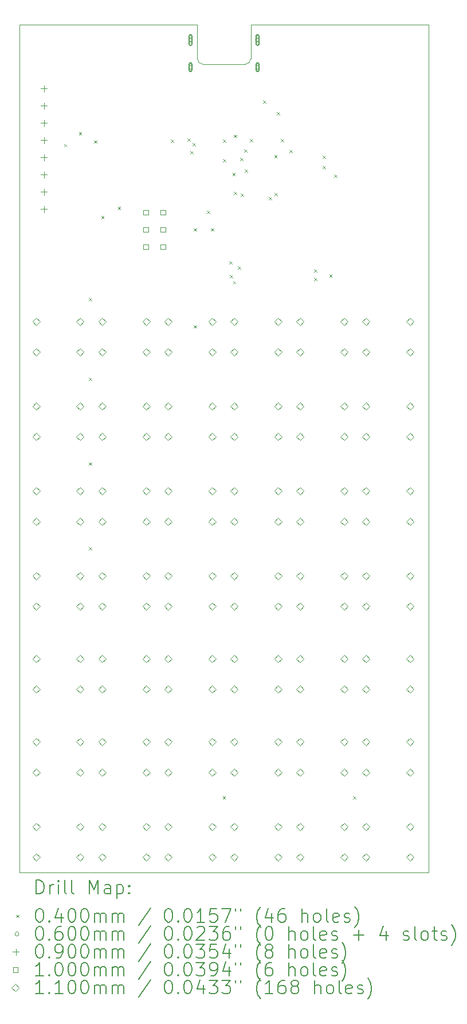
<source format=gbr>
%FSLAX45Y45*%
G04 Gerber Fmt 4.5, Leading zero omitted, Abs format (unit mm)*
G04 Created by KiCad (PCBNEW 6.0.0) date 2022-03-22 20:10:50*
%MOMM*%
%LPD*%
G01*
G04 APERTURE LIST*
%TA.AperFunction,Profile*%
%ADD10C,0.100000*%
%TD*%
%ADD11C,0.200000*%
%ADD12C,0.040000*%
%ADD13C,0.060000*%
%ADD14C,0.090000*%
%ADD15C,0.100000*%
%ADD16C,0.110000*%
G04 APERTURE END LIST*
D10*
X13080000Y-4099750D02*
X13080000Y-4128000D01*
X13080000Y-4128000D02*
X13080000Y-4598000D01*
X13160000Y-4678000D02*
X13790000Y-4678000D01*
X13080000Y-4598000D02*
G75*
G03*
X13160000Y-4678000I80000J0D01*
G01*
X13870000Y-4099750D02*
X16500000Y-4100000D01*
X16500000Y-16600000D02*
X10450000Y-16600000D01*
X10450000Y-4100000D02*
X10500000Y-4100000D01*
X10450000Y-16600000D02*
X10450000Y-4100000D01*
X13790000Y-4678000D02*
G75*
G03*
X13870000Y-4598000I0J80000D01*
G01*
X13870000Y-4099750D02*
X13870000Y-4128000D01*
X10500000Y-4100000D02*
X13080000Y-4099750D01*
X13870000Y-4598000D02*
X13870000Y-4128000D01*
X16500000Y-4100000D02*
X16500000Y-16600000D01*
D11*
D12*
X11110754Y-5855598D02*
X11150754Y-5895598D01*
X11150754Y-5855598D02*
X11110754Y-5895598D01*
X11330000Y-5680000D02*
X11370000Y-5720000D01*
X11370000Y-5680000D02*
X11330000Y-5720000D01*
X11480000Y-8130000D02*
X11520000Y-8170000D01*
X11520000Y-8130000D02*
X11480000Y-8170000D01*
X11480000Y-9305000D02*
X11520000Y-9345000D01*
X11520000Y-9305000D02*
X11480000Y-9345000D01*
X11480000Y-10555000D02*
X11520000Y-10595000D01*
X11520000Y-10555000D02*
X11480000Y-10595000D01*
X11480000Y-11805000D02*
X11520000Y-11845000D01*
X11520000Y-11805000D02*
X11480000Y-11845000D01*
X11555000Y-5805000D02*
X11595000Y-5845000D01*
X11595000Y-5805000D02*
X11555000Y-5845000D01*
X11660000Y-6920000D02*
X11700000Y-6960000D01*
X11700000Y-6920000D02*
X11660000Y-6960000D01*
X11905000Y-6780000D02*
X11945000Y-6820000D01*
X11945000Y-6780000D02*
X11905000Y-6820000D01*
X12687599Y-5792450D02*
X12727599Y-5832450D01*
X12727599Y-5792450D02*
X12687599Y-5832450D01*
X12936267Y-5775640D02*
X12976267Y-5815640D01*
X12976267Y-5775640D02*
X12936267Y-5815640D01*
X12980000Y-5960000D02*
X13020000Y-6000000D01*
X13020000Y-5960000D02*
X12980000Y-6000000D01*
X13011108Y-5841888D02*
X13051108Y-5881888D01*
X13051108Y-5841888D02*
X13011108Y-5881888D01*
X13027974Y-7100514D02*
X13067974Y-7140514D01*
X13067974Y-7100514D02*
X13027974Y-7140514D01*
X13030000Y-8530000D02*
X13070000Y-8570000D01*
X13070000Y-8530000D02*
X13030000Y-8570000D01*
X13220000Y-6840000D02*
X13260000Y-6880000D01*
X13260000Y-6840000D02*
X13220000Y-6880000D01*
X13280000Y-7100000D02*
X13320000Y-7140000D01*
X13320000Y-7100000D02*
X13280000Y-7140000D01*
X13455000Y-15480000D02*
X13495000Y-15520000D01*
X13495000Y-15480000D02*
X13455000Y-15520000D01*
X13460000Y-5792450D02*
X13500000Y-5832450D01*
X13500000Y-5792450D02*
X13460000Y-5832450D01*
X13460000Y-6080000D02*
X13500000Y-6120000D01*
X13500000Y-6080000D02*
X13460000Y-6120000D01*
X13550000Y-7587540D02*
X13590000Y-7627540D01*
X13590000Y-7587540D02*
X13550000Y-7627540D01*
X13564431Y-7788276D02*
X13604431Y-7828276D01*
X13604431Y-7788276D02*
X13564431Y-7828276D01*
X13600000Y-6280000D02*
X13640000Y-6320000D01*
X13640000Y-6280000D02*
X13600000Y-6320000D01*
X13607550Y-7878447D02*
X13647550Y-7918447D01*
X13647550Y-7878447D02*
X13607550Y-7918447D01*
X13620000Y-5720000D02*
X13660000Y-5760000D01*
X13660000Y-5720000D02*
X13620000Y-5760000D01*
X13620000Y-6560000D02*
X13660000Y-6600000D01*
X13660000Y-6560000D02*
X13620000Y-6600000D01*
X13680000Y-7660000D02*
X13720000Y-7700000D01*
X13720000Y-7660000D02*
X13680000Y-7700000D01*
X13716230Y-6063770D02*
X13756230Y-6103770D01*
X13756230Y-6063770D02*
X13716230Y-6103770D01*
X13723173Y-6587550D02*
X13763173Y-6627550D01*
X13763173Y-6587550D02*
X13723173Y-6627550D01*
X13775148Y-5932450D02*
X13815148Y-5972450D01*
X13815148Y-5932450D02*
X13775148Y-5972450D01*
X13780000Y-6230000D02*
X13820000Y-6270000D01*
X13820000Y-6230000D02*
X13780000Y-6270000D01*
X13860000Y-5780000D02*
X13900000Y-5820000D01*
X13900000Y-5780000D02*
X13860000Y-5820000D01*
X14055229Y-5215098D02*
X14095229Y-5255098D01*
X14095229Y-5215098D02*
X14055229Y-5255098D01*
X14138807Y-6638290D02*
X14178807Y-6678290D01*
X14178807Y-6638290D02*
X14138807Y-6678290D01*
X14217137Y-6016875D02*
X14257137Y-6056875D01*
X14257137Y-6016875D02*
X14217137Y-6056875D01*
X14220000Y-6580000D02*
X14260000Y-6620000D01*
X14260000Y-6580000D02*
X14220000Y-6620000D01*
X14255000Y-5383750D02*
X14295000Y-5423750D01*
X14295000Y-5383750D02*
X14255000Y-5423750D01*
X14317493Y-5782599D02*
X14357493Y-5822599D01*
X14357493Y-5782599D02*
X14317493Y-5822599D01*
X14440830Y-5944425D02*
X14480830Y-5984425D01*
X14480830Y-5944425D02*
X14440830Y-5984425D01*
X14805000Y-7705000D02*
X14845000Y-7745000D01*
X14845000Y-7705000D02*
X14805000Y-7745000D01*
X14805000Y-7830000D02*
X14845000Y-7870000D01*
X14845000Y-7830000D02*
X14805000Y-7870000D01*
X14930000Y-6030000D02*
X14970000Y-6070000D01*
X14970000Y-6030000D02*
X14930000Y-6070000D01*
X14930000Y-6180000D02*
X14970000Y-6220000D01*
X14970000Y-6180000D02*
X14930000Y-6220000D01*
X15030000Y-7780000D02*
X15070000Y-7820000D01*
X15070000Y-7780000D02*
X15030000Y-7820000D01*
X15105000Y-6305000D02*
X15145000Y-6345000D01*
X15145000Y-6305000D02*
X15105000Y-6345000D01*
X15380000Y-15480000D02*
X15420000Y-15520000D01*
X15420000Y-15480000D02*
X15380000Y-15520000D01*
D13*
X13010000Y-4323000D02*
G75*
G03*
X13010000Y-4323000I-30000J0D01*
G01*
D11*
X12960000Y-4263000D02*
X12960000Y-4383000D01*
X13000000Y-4263000D02*
X13000000Y-4383000D01*
X12960000Y-4383000D02*
G75*
G03*
X13000000Y-4383000I20000J0D01*
G01*
X13000000Y-4263000D02*
G75*
G03*
X12960000Y-4263000I-20000J0D01*
G01*
D13*
X13010000Y-4723000D02*
G75*
G03*
X13010000Y-4723000I-30000J0D01*
G01*
D11*
X12960000Y-4678000D02*
X12960000Y-4768000D01*
X13000000Y-4678000D02*
X13000000Y-4768000D01*
X12960000Y-4768000D02*
G75*
G03*
X13000000Y-4768000I20000J0D01*
G01*
X13000000Y-4678000D02*
G75*
G03*
X12960000Y-4678000I-20000J0D01*
G01*
D13*
X14000000Y-4323000D02*
G75*
G03*
X14000000Y-4323000I-30000J0D01*
G01*
D11*
X13950000Y-4263000D02*
X13950000Y-4383000D01*
X13990000Y-4263000D02*
X13990000Y-4383000D01*
X13950000Y-4383000D02*
G75*
G03*
X13990000Y-4383000I20000J0D01*
G01*
X13990000Y-4263000D02*
G75*
G03*
X13950000Y-4263000I-20000J0D01*
G01*
D13*
X14000000Y-4723000D02*
G75*
G03*
X14000000Y-4723000I-30000J0D01*
G01*
D11*
X13950000Y-4678000D02*
X13950000Y-4768000D01*
X13990000Y-4678000D02*
X13990000Y-4768000D01*
X13950000Y-4768000D02*
G75*
G03*
X13990000Y-4768000I20000J0D01*
G01*
X13990000Y-4678000D02*
G75*
G03*
X13950000Y-4678000I-20000J0D01*
G01*
D14*
X10814500Y-4994500D02*
X10814500Y-5084500D01*
X10769500Y-5039500D02*
X10859500Y-5039500D01*
X10814500Y-5248500D02*
X10814500Y-5338500D01*
X10769500Y-5293500D02*
X10859500Y-5293500D01*
X10814500Y-5502500D02*
X10814500Y-5592500D01*
X10769500Y-5547500D02*
X10859500Y-5547500D01*
X10814500Y-5756500D02*
X10814500Y-5846500D01*
X10769500Y-5801500D02*
X10859500Y-5801500D01*
X10814500Y-6010500D02*
X10814500Y-6100500D01*
X10769500Y-6055500D02*
X10859500Y-6055500D01*
X10814500Y-6264500D02*
X10814500Y-6354500D01*
X10769500Y-6309500D02*
X10859500Y-6309500D01*
X10814500Y-6518500D02*
X10814500Y-6608500D01*
X10769500Y-6563500D02*
X10859500Y-6563500D01*
X10814500Y-6772500D02*
X10814500Y-6862500D01*
X10769500Y-6817500D02*
X10859500Y-6817500D01*
D15*
X12356356Y-6902356D02*
X12356356Y-6831644D01*
X12285644Y-6831644D01*
X12285644Y-6902356D01*
X12356356Y-6902356D01*
X12356356Y-7156356D02*
X12356356Y-7085644D01*
X12285644Y-7085644D01*
X12285644Y-7156356D01*
X12356356Y-7156356D01*
X12356356Y-7410356D02*
X12356356Y-7339644D01*
X12285644Y-7339644D01*
X12285644Y-7410356D01*
X12356356Y-7410356D01*
X12610356Y-6902356D02*
X12610356Y-6831644D01*
X12539644Y-6831644D01*
X12539644Y-6902356D01*
X12610356Y-6902356D01*
X12610356Y-7156356D02*
X12610356Y-7085644D01*
X12539644Y-7085644D01*
X12539644Y-7156356D01*
X12610356Y-7156356D01*
X12610356Y-7410356D02*
X12610356Y-7339644D01*
X12539644Y-7339644D01*
X12539644Y-7410356D01*
X12610356Y-7410356D01*
D16*
X10700000Y-8530000D02*
X10755000Y-8475000D01*
X10700000Y-8420000D01*
X10645000Y-8475000D01*
X10700000Y-8530000D01*
X10700000Y-8980000D02*
X10755000Y-8925000D01*
X10700000Y-8870000D01*
X10645000Y-8925000D01*
X10700000Y-8980000D01*
X10700000Y-9780000D02*
X10755000Y-9725000D01*
X10700000Y-9670000D01*
X10645000Y-9725000D01*
X10700000Y-9780000D01*
X10700000Y-10230000D02*
X10755000Y-10175000D01*
X10700000Y-10120000D01*
X10645000Y-10175000D01*
X10700000Y-10230000D01*
X10700000Y-11030000D02*
X10755000Y-10975000D01*
X10700000Y-10920000D01*
X10645000Y-10975000D01*
X10700000Y-11030000D01*
X10700000Y-11480000D02*
X10755000Y-11425000D01*
X10700000Y-11370000D01*
X10645000Y-11425000D01*
X10700000Y-11480000D01*
X10700000Y-12280000D02*
X10755000Y-12225000D01*
X10700000Y-12170000D01*
X10645000Y-12225000D01*
X10700000Y-12280000D01*
X10700000Y-12730000D02*
X10755000Y-12675000D01*
X10700000Y-12620000D01*
X10645000Y-12675000D01*
X10700000Y-12730000D01*
X10700000Y-13505000D02*
X10755000Y-13450000D01*
X10700000Y-13395000D01*
X10645000Y-13450000D01*
X10700000Y-13505000D01*
X10700000Y-13955000D02*
X10755000Y-13900000D01*
X10700000Y-13845000D01*
X10645000Y-13900000D01*
X10700000Y-13955000D01*
X10700000Y-14730000D02*
X10755000Y-14675000D01*
X10700000Y-14620000D01*
X10645000Y-14675000D01*
X10700000Y-14730000D01*
X10700000Y-15180000D02*
X10755000Y-15125000D01*
X10700000Y-15070000D01*
X10645000Y-15125000D01*
X10700000Y-15180000D01*
X10700000Y-15980000D02*
X10755000Y-15925000D01*
X10700000Y-15870000D01*
X10645000Y-15925000D01*
X10700000Y-15980000D01*
X10700000Y-16430000D02*
X10755000Y-16375000D01*
X10700000Y-16320000D01*
X10645000Y-16375000D01*
X10700000Y-16430000D01*
X11350000Y-8530000D02*
X11405000Y-8475000D01*
X11350000Y-8420000D01*
X11295000Y-8475000D01*
X11350000Y-8530000D01*
X11350000Y-8980000D02*
X11405000Y-8925000D01*
X11350000Y-8870000D01*
X11295000Y-8925000D01*
X11350000Y-8980000D01*
X11350000Y-9780000D02*
X11405000Y-9725000D01*
X11350000Y-9670000D01*
X11295000Y-9725000D01*
X11350000Y-9780000D01*
X11350000Y-10230000D02*
X11405000Y-10175000D01*
X11350000Y-10120000D01*
X11295000Y-10175000D01*
X11350000Y-10230000D01*
X11350000Y-11030000D02*
X11405000Y-10975000D01*
X11350000Y-10920000D01*
X11295000Y-10975000D01*
X11350000Y-11030000D01*
X11350000Y-11480000D02*
X11405000Y-11425000D01*
X11350000Y-11370000D01*
X11295000Y-11425000D01*
X11350000Y-11480000D01*
X11350000Y-12280000D02*
X11405000Y-12225000D01*
X11350000Y-12170000D01*
X11295000Y-12225000D01*
X11350000Y-12280000D01*
X11350000Y-12730000D02*
X11405000Y-12675000D01*
X11350000Y-12620000D01*
X11295000Y-12675000D01*
X11350000Y-12730000D01*
X11350000Y-13505000D02*
X11405000Y-13450000D01*
X11350000Y-13395000D01*
X11295000Y-13450000D01*
X11350000Y-13505000D01*
X11350000Y-13955000D02*
X11405000Y-13900000D01*
X11350000Y-13845000D01*
X11295000Y-13900000D01*
X11350000Y-13955000D01*
X11350000Y-14730000D02*
X11405000Y-14675000D01*
X11350000Y-14620000D01*
X11295000Y-14675000D01*
X11350000Y-14730000D01*
X11350000Y-15180000D02*
X11405000Y-15125000D01*
X11350000Y-15070000D01*
X11295000Y-15125000D01*
X11350000Y-15180000D01*
X11350000Y-15980000D02*
X11405000Y-15925000D01*
X11350000Y-15870000D01*
X11295000Y-15925000D01*
X11350000Y-15980000D01*
X11350000Y-16430000D02*
X11405000Y-16375000D01*
X11350000Y-16320000D01*
X11295000Y-16375000D01*
X11350000Y-16430000D01*
X11675000Y-8530000D02*
X11730000Y-8475000D01*
X11675000Y-8420000D01*
X11620000Y-8475000D01*
X11675000Y-8530000D01*
X11675000Y-8980000D02*
X11730000Y-8925000D01*
X11675000Y-8870000D01*
X11620000Y-8925000D01*
X11675000Y-8980000D01*
X11675000Y-9780000D02*
X11730000Y-9725000D01*
X11675000Y-9670000D01*
X11620000Y-9725000D01*
X11675000Y-9780000D01*
X11675000Y-10230000D02*
X11730000Y-10175000D01*
X11675000Y-10120000D01*
X11620000Y-10175000D01*
X11675000Y-10230000D01*
X11675000Y-11030000D02*
X11730000Y-10975000D01*
X11675000Y-10920000D01*
X11620000Y-10975000D01*
X11675000Y-11030000D01*
X11675000Y-11480000D02*
X11730000Y-11425000D01*
X11675000Y-11370000D01*
X11620000Y-11425000D01*
X11675000Y-11480000D01*
X11675000Y-12280000D02*
X11730000Y-12225000D01*
X11675000Y-12170000D01*
X11620000Y-12225000D01*
X11675000Y-12280000D01*
X11675000Y-12730000D02*
X11730000Y-12675000D01*
X11675000Y-12620000D01*
X11620000Y-12675000D01*
X11675000Y-12730000D01*
X11675000Y-13505000D02*
X11730000Y-13450000D01*
X11675000Y-13395000D01*
X11620000Y-13450000D01*
X11675000Y-13505000D01*
X11675000Y-13955000D02*
X11730000Y-13900000D01*
X11675000Y-13845000D01*
X11620000Y-13900000D01*
X11675000Y-13955000D01*
X11675000Y-14730000D02*
X11730000Y-14675000D01*
X11675000Y-14620000D01*
X11620000Y-14675000D01*
X11675000Y-14730000D01*
X11675000Y-15180000D02*
X11730000Y-15125000D01*
X11675000Y-15070000D01*
X11620000Y-15125000D01*
X11675000Y-15180000D01*
X11675000Y-15980000D02*
X11730000Y-15925000D01*
X11675000Y-15870000D01*
X11620000Y-15925000D01*
X11675000Y-15980000D01*
X11675000Y-16430000D02*
X11730000Y-16375000D01*
X11675000Y-16320000D01*
X11620000Y-16375000D01*
X11675000Y-16430000D01*
X12325000Y-8530000D02*
X12380000Y-8475000D01*
X12325000Y-8420000D01*
X12270000Y-8475000D01*
X12325000Y-8530000D01*
X12325000Y-8980000D02*
X12380000Y-8925000D01*
X12325000Y-8870000D01*
X12270000Y-8925000D01*
X12325000Y-8980000D01*
X12325000Y-9780000D02*
X12380000Y-9725000D01*
X12325000Y-9670000D01*
X12270000Y-9725000D01*
X12325000Y-9780000D01*
X12325000Y-10230000D02*
X12380000Y-10175000D01*
X12325000Y-10120000D01*
X12270000Y-10175000D01*
X12325000Y-10230000D01*
X12325000Y-11030000D02*
X12380000Y-10975000D01*
X12325000Y-10920000D01*
X12270000Y-10975000D01*
X12325000Y-11030000D01*
X12325000Y-11480000D02*
X12380000Y-11425000D01*
X12325000Y-11370000D01*
X12270000Y-11425000D01*
X12325000Y-11480000D01*
X12325000Y-12280000D02*
X12380000Y-12225000D01*
X12325000Y-12170000D01*
X12270000Y-12225000D01*
X12325000Y-12280000D01*
X12325000Y-12730000D02*
X12380000Y-12675000D01*
X12325000Y-12620000D01*
X12270000Y-12675000D01*
X12325000Y-12730000D01*
X12325000Y-13505000D02*
X12380000Y-13450000D01*
X12325000Y-13395000D01*
X12270000Y-13450000D01*
X12325000Y-13505000D01*
X12325000Y-13955000D02*
X12380000Y-13900000D01*
X12325000Y-13845000D01*
X12270000Y-13900000D01*
X12325000Y-13955000D01*
X12325000Y-14730000D02*
X12380000Y-14675000D01*
X12325000Y-14620000D01*
X12270000Y-14675000D01*
X12325000Y-14730000D01*
X12325000Y-15180000D02*
X12380000Y-15125000D01*
X12325000Y-15070000D01*
X12270000Y-15125000D01*
X12325000Y-15180000D01*
X12325000Y-15980000D02*
X12380000Y-15925000D01*
X12325000Y-15870000D01*
X12270000Y-15925000D01*
X12325000Y-15980000D01*
X12325000Y-16430000D02*
X12380000Y-16375000D01*
X12325000Y-16320000D01*
X12270000Y-16375000D01*
X12325000Y-16430000D01*
X12650000Y-8530000D02*
X12705000Y-8475000D01*
X12650000Y-8420000D01*
X12595000Y-8475000D01*
X12650000Y-8530000D01*
X12650000Y-8980000D02*
X12705000Y-8925000D01*
X12650000Y-8870000D01*
X12595000Y-8925000D01*
X12650000Y-8980000D01*
X12650000Y-9780000D02*
X12705000Y-9725000D01*
X12650000Y-9670000D01*
X12595000Y-9725000D01*
X12650000Y-9780000D01*
X12650000Y-10230000D02*
X12705000Y-10175000D01*
X12650000Y-10120000D01*
X12595000Y-10175000D01*
X12650000Y-10230000D01*
X12650000Y-11030000D02*
X12705000Y-10975000D01*
X12650000Y-10920000D01*
X12595000Y-10975000D01*
X12650000Y-11030000D01*
X12650000Y-11480000D02*
X12705000Y-11425000D01*
X12650000Y-11370000D01*
X12595000Y-11425000D01*
X12650000Y-11480000D01*
X12650000Y-12280000D02*
X12705000Y-12225000D01*
X12650000Y-12170000D01*
X12595000Y-12225000D01*
X12650000Y-12280000D01*
X12650000Y-12730000D02*
X12705000Y-12675000D01*
X12650000Y-12620000D01*
X12595000Y-12675000D01*
X12650000Y-12730000D01*
X12650000Y-13505000D02*
X12705000Y-13450000D01*
X12650000Y-13395000D01*
X12595000Y-13450000D01*
X12650000Y-13505000D01*
X12650000Y-13955000D02*
X12705000Y-13900000D01*
X12650000Y-13845000D01*
X12595000Y-13900000D01*
X12650000Y-13955000D01*
X12650000Y-14730000D02*
X12705000Y-14675000D01*
X12650000Y-14620000D01*
X12595000Y-14675000D01*
X12650000Y-14730000D01*
X12650000Y-15180000D02*
X12705000Y-15125000D01*
X12650000Y-15070000D01*
X12595000Y-15125000D01*
X12650000Y-15180000D01*
X12650000Y-15980000D02*
X12705000Y-15925000D01*
X12650000Y-15870000D01*
X12595000Y-15925000D01*
X12650000Y-15980000D01*
X12650000Y-16430000D02*
X12705000Y-16375000D01*
X12650000Y-16320000D01*
X12595000Y-16375000D01*
X12650000Y-16430000D01*
X13300000Y-8530000D02*
X13355000Y-8475000D01*
X13300000Y-8420000D01*
X13245000Y-8475000D01*
X13300000Y-8530000D01*
X13300000Y-8980000D02*
X13355000Y-8925000D01*
X13300000Y-8870000D01*
X13245000Y-8925000D01*
X13300000Y-8980000D01*
X13300000Y-9780000D02*
X13355000Y-9725000D01*
X13300000Y-9670000D01*
X13245000Y-9725000D01*
X13300000Y-9780000D01*
X13300000Y-10230000D02*
X13355000Y-10175000D01*
X13300000Y-10120000D01*
X13245000Y-10175000D01*
X13300000Y-10230000D01*
X13300000Y-11030000D02*
X13355000Y-10975000D01*
X13300000Y-10920000D01*
X13245000Y-10975000D01*
X13300000Y-11030000D01*
X13300000Y-11480000D02*
X13355000Y-11425000D01*
X13300000Y-11370000D01*
X13245000Y-11425000D01*
X13300000Y-11480000D01*
X13300000Y-12280000D02*
X13355000Y-12225000D01*
X13300000Y-12170000D01*
X13245000Y-12225000D01*
X13300000Y-12280000D01*
X13300000Y-12730000D02*
X13355000Y-12675000D01*
X13300000Y-12620000D01*
X13245000Y-12675000D01*
X13300000Y-12730000D01*
X13300000Y-13505000D02*
X13355000Y-13450000D01*
X13300000Y-13395000D01*
X13245000Y-13450000D01*
X13300000Y-13505000D01*
X13300000Y-13955000D02*
X13355000Y-13900000D01*
X13300000Y-13845000D01*
X13245000Y-13900000D01*
X13300000Y-13955000D01*
X13300000Y-14730000D02*
X13355000Y-14675000D01*
X13300000Y-14620000D01*
X13245000Y-14675000D01*
X13300000Y-14730000D01*
X13300000Y-15180000D02*
X13355000Y-15125000D01*
X13300000Y-15070000D01*
X13245000Y-15125000D01*
X13300000Y-15180000D01*
X13300000Y-15980000D02*
X13355000Y-15925000D01*
X13300000Y-15870000D01*
X13245000Y-15925000D01*
X13300000Y-15980000D01*
X13300000Y-16430000D02*
X13355000Y-16375000D01*
X13300000Y-16320000D01*
X13245000Y-16375000D01*
X13300000Y-16430000D01*
X13625000Y-8530000D02*
X13680000Y-8475000D01*
X13625000Y-8420000D01*
X13570000Y-8475000D01*
X13625000Y-8530000D01*
X13625000Y-8980000D02*
X13680000Y-8925000D01*
X13625000Y-8870000D01*
X13570000Y-8925000D01*
X13625000Y-8980000D01*
X13625000Y-9780000D02*
X13680000Y-9725000D01*
X13625000Y-9670000D01*
X13570000Y-9725000D01*
X13625000Y-9780000D01*
X13625000Y-10230000D02*
X13680000Y-10175000D01*
X13625000Y-10120000D01*
X13570000Y-10175000D01*
X13625000Y-10230000D01*
X13625000Y-11030000D02*
X13680000Y-10975000D01*
X13625000Y-10920000D01*
X13570000Y-10975000D01*
X13625000Y-11030000D01*
X13625000Y-11480000D02*
X13680000Y-11425000D01*
X13625000Y-11370000D01*
X13570000Y-11425000D01*
X13625000Y-11480000D01*
X13625000Y-12280000D02*
X13680000Y-12225000D01*
X13625000Y-12170000D01*
X13570000Y-12225000D01*
X13625000Y-12280000D01*
X13625000Y-12730000D02*
X13680000Y-12675000D01*
X13625000Y-12620000D01*
X13570000Y-12675000D01*
X13625000Y-12730000D01*
X13625000Y-13505000D02*
X13680000Y-13450000D01*
X13625000Y-13395000D01*
X13570000Y-13450000D01*
X13625000Y-13505000D01*
X13625000Y-13955000D02*
X13680000Y-13900000D01*
X13625000Y-13845000D01*
X13570000Y-13900000D01*
X13625000Y-13955000D01*
X13625000Y-14730000D02*
X13680000Y-14675000D01*
X13625000Y-14620000D01*
X13570000Y-14675000D01*
X13625000Y-14730000D01*
X13625000Y-15180000D02*
X13680000Y-15125000D01*
X13625000Y-15070000D01*
X13570000Y-15125000D01*
X13625000Y-15180000D01*
X13625000Y-15980000D02*
X13680000Y-15925000D01*
X13625000Y-15870000D01*
X13570000Y-15925000D01*
X13625000Y-15980000D01*
X13625000Y-16430000D02*
X13680000Y-16375000D01*
X13625000Y-16320000D01*
X13570000Y-16375000D01*
X13625000Y-16430000D01*
X14275000Y-8530000D02*
X14330000Y-8475000D01*
X14275000Y-8420000D01*
X14220000Y-8475000D01*
X14275000Y-8530000D01*
X14275000Y-8980000D02*
X14330000Y-8925000D01*
X14275000Y-8870000D01*
X14220000Y-8925000D01*
X14275000Y-8980000D01*
X14275000Y-9780000D02*
X14330000Y-9725000D01*
X14275000Y-9670000D01*
X14220000Y-9725000D01*
X14275000Y-9780000D01*
X14275000Y-10230000D02*
X14330000Y-10175000D01*
X14275000Y-10120000D01*
X14220000Y-10175000D01*
X14275000Y-10230000D01*
X14275000Y-11030000D02*
X14330000Y-10975000D01*
X14275000Y-10920000D01*
X14220000Y-10975000D01*
X14275000Y-11030000D01*
X14275000Y-11480000D02*
X14330000Y-11425000D01*
X14275000Y-11370000D01*
X14220000Y-11425000D01*
X14275000Y-11480000D01*
X14275000Y-12280000D02*
X14330000Y-12225000D01*
X14275000Y-12170000D01*
X14220000Y-12225000D01*
X14275000Y-12280000D01*
X14275000Y-12730000D02*
X14330000Y-12675000D01*
X14275000Y-12620000D01*
X14220000Y-12675000D01*
X14275000Y-12730000D01*
X14275000Y-13505000D02*
X14330000Y-13450000D01*
X14275000Y-13395000D01*
X14220000Y-13450000D01*
X14275000Y-13505000D01*
X14275000Y-13955000D02*
X14330000Y-13900000D01*
X14275000Y-13845000D01*
X14220000Y-13900000D01*
X14275000Y-13955000D01*
X14275000Y-14730000D02*
X14330000Y-14675000D01*
X14275000Y-14620000D01*
X14220000Y-14675000D01*
X14275000Y-14730000D01*
X14275000Y-15180000D02*
X14330000Y-15125000D01*
X14275000Y-15070000D01*
X14220000Y-15125000D01*
X14275000Y-15180000D01*
X14275000Y-15980000D02*
X14330000Y-15925000D01*
X14275000Y-15870000D01*
X14220000Y-15925000D01*
X14275000Y-15980000D01*
X14275000Y-16430000D02*
X14330000Y-16375000D01*
X14275000Y-16320000D01*
X14220000Y-16375000D01*
X14275000Y-16430000D01*
X14600000Y-8530000D02*
X14655000Y-8475000D01*
X14600000Y-8420000D01*
X14545000Y-8475000D01*
X14600000Y-8530000D01*
X14600000Y-8980000D02*
X14655000Y-8925000D01*
X14600000Y-8870000D01*
X14545000Y-8925000D01*
X14600000Y-8980000D01*
X14600000Y-9780000D02*
X14655000Y-9725000D01*
X14600000Y-9670000D01*
X14545000Y-9725000D01*
X14600000Y-9780000D01*
X14600000Y-10230000D02*
X14655000Y-10175000D01*
X14600000Y-10120000D01*
X14545000Y-10175000D01*
X14600000Y-10230000D01*
X14600000Y-11030000D02*
X14655000Y-10975000D01*
X14600000Y-10920000D01*
X14545000Y-10975000D01*
X14600000Y-11030000D01*
X14600000Y-11480000D02*
X14655000Y-11425000D01*
X14600000Y-11370000D01*
X14545000Y-11425000D01*
X14600000Y-11480000D01*
X14600000Y-12280000D02*
X14655000Y-12225000D01*
X14600000Y-12170000D01*
X14545000Y-12225000D01*
X14600000Y-12280000D01*
X14600000Y-12730000D02*
X14655000Y-12675000D01*
X14600000Y-12620000D01*
X14545000Y-12675000D01*
X14600000Y-12730000D01*
X14600000Y-13505000D02*
X14655000Y-13450000D01*
X14600000Y-13395000D01*
X14545000Y-13450000D01*
X14600000Y-13505000D01*
X14600000Y-13955000D02*
X14655000Y-13900000D01*
X14600000Y-13845000D01*
X14545000Y-13900000D01*
X14600000Y-13955000D01*
X14600000Y-14730000D02*
X14655000Y-14675000D01*
X14600000Y-14620000D01*
X14545000Y-14675000D01*
X14600000Y-14730000D01*
X14600000Y-15180000D02*
X14655000Y-15125000D01*
X14600000Y-15070000D01*
X14545000Y-15125000D01*
X14600000Y-15180000D01*
X14600000Y-15980000D02*
X14655000Y-15925000D01*
X14600000Y-15870000D01*
X14545000Y-15925000D01*
X14600000Y-15980000D01*
X14600000Y-16430000D02*
X14655000Y-16375000D01*
X14600000Y-16320000D01*
X14545000Y-16375000D01*
X14600000Y-16430000D01*
X15250000Y-8530000D02*
X15305000Y-8475000D01*
X15250000Y-8420000D01*
X15195000Y-8475000D01*
X15250000Y-8530000D01*
X15250000Y-8980000D02*
X15305000Y-8925000D01*
X15250000Y-8870000D01*
X15195000Y-8925000D01*
X15250000Y-8980000D01*
X15250000Y-9780000D02*
X15305000Y-9725000D01*
X15250000Y-9670000D01*
X15195000Y-9725000D01*
X15250000Y-9780000D01*
X15250000Y-10230000D02*
X15305000Y-10175000D01*
X15250000Y-10120000D01*
X15195000Y-10175000D01*
X15250000Y-10230000D01*
X15250000Y-11030000D02*
X15305000Y-10975000D01*
X15250000Y-10920000D01*
X15195000Y-10975000D01*
X15250000Y-11030000D01*
X15250000Y-11480000D02*
X15305000Y-11425000D01*
X15250000Y-11370000D01*
X15195000Y-11425000D01*
X15250000Y-11480000D01*
X15250000Y-12280000D02*
X15305000Y-12225000D01*
X15250000Y-12170000D01*
X15195000Y-12225000D01*
X15250000Y-12280000D01*
X15250000Y-12730000D02*
X15305000Y-12675000D01*
X15250000Y-12620000D01*
X15195000Y-12675000D01*
X15250000Y-12730000D01*
X15250000Y-13505000D02*
X15305000Y-13450000D01*
X15250000Y-13395000D01*
X15195000Y-13450000D01*
X15250000Y-13505000D01*
X15250000Y-13955000D02*
X15305000Y-13900000D01*
X15250000Y-13845000D01*
X15195000Y-13900000D01*
X15250000Y-13955000D01*
X15250000Y-14730000D02*
X15305000Y-14675000D01*
X15250000Y-14620000D01*
X15195000Y-14675000D01*
X15250000Y-14730000D01*
X15250000Y-15180000D02*
X15305000Y-15125000D01*
X15250000Y-15070000D01*
X15195000Y-15125000D01*
X15250000Y-15180000D01*
X15250000Y-15980000D02*
X15305000Y-15925000D01*
X15250000Y-15870000D01*
X15195000Y-15925000D01*
X15250000Y-15980000D01*
X15250000Y-16430000D02*
X15305000Y-16375000D01*
X15250000Y-16320000D01*
X15195000Y-16375000D01*
X15250000Y-16430000D01*
X15575000Y-8530000D02*
X15630000Y-8475000D01*
X15575000Y-8420000D01*
X15520000Y-8475000D01*
X15575000Y-8530000D01*
X15575000Y-8980000D02*
X15630000Y-8925000D01*
X15575000Y-8870000D01*
X15520000Y-8925000D01*
X15575000Y-8980000D01*
X15575000Y-9780000D02*
X15630000Y-9725000D01*
X15575000Y-9670000D01*
X15520000Y-9725000D01*
X15575000Y-9780000D01*
X15575000Y-10230000D02*
X15630000Y-10175000D01*
X15575000Y-10120000D01*
X15520000Y-10175000D01*
X15575000Y-10230000D01*
X15575000Y-11030000D02*
X15630000Y-10975000D01*
X15575000Y-10920000D01*
X15520000Y-10975000D01*
X15575000Y-11030000D01*
X15575000Y-11480000D02*
X15630000Y-11425000D01*
X15575000Y-11370000D01*
X15520000Y-11425000D01*
X15575000Y-11480000D01*
X15575000Y-12280000D02*
X15630000Y-12225000D01*
X15575000Y-12170000D01*
X15520000Y-12225000D01*
X15575000Y-12280000D01*
X15575000Y-12730000D02*
X15630000Y-12675000D01*
X15575000Y-12620000D01*
X15520000Y-12675000D01*
X15575000Y-12730000D01*
X15575000Y-13505000D02*
X15630000Y-13450000D01*
X15575000Y-13395000D01*
X15520000Y-13450000D01*
X15575000Y-13505000D01*
X15575000Y-13955000D02*
X15630000Y-13900000D01*
X15575000Y-13845000D01*
X15520000Y-13900000D01*
X15575000Y-13955000D01*
X15575000Y-14730000D02*
X15630000Y-14675000D01*
X15575000Y-14620000D01*
X15520000Y-14675000D01*
X15575000Y-14730000D01*
X15575000Y-15180000D02*
X15630000Y-15125000D01*
X15575000Y-15070000D01*
X15520000Y-15125000D01*
X15575000Y-15180000D01*
X15575000Y-15980000D02*
X15630000Y-15925000D01*
X15575000Y-15870000D01*
X15520000Y-15925000D01*
X15575000Y-15980000D01*
X15575000Y-16430000D02*
X15630000Y-16375000D01*
X15575000Y-16320000D01*
X15520000Y-16375000D01*
X15575000Y-16430000D01*
X16225000Y-8530000D02*
X16280000Y-8475000D01*
X16225000Y-8420000D01*
X16170000Y-8475000D01*
X16225000Y-8530000D01*
X16225000Y-8980000D02*
X16280000Y-8925000D01*
X16225000Y-8870000D01*
X16170000Y-8925000D01*
X16225000Y-8980000D01*
X16225000Y-9780000D02*
X16280000Y-9725000D01*
X16225000Y-9670000D01*
X16170000Y-9725000D01*
X16225000Y-9780000D01*
X16225000Y-10230000D02*
X16280000Y-10175000D01*
X16225000Y-10120000D01*
X16170000Y-10175000D01*
X16225000Y-10230000D01*
X16225000Y-11030000D02*
X16280000Y-10975000D01*
X16225000Y-10920000D01*
X16170000Y-10975000D01*
X16225000Y-11030000D01*
X16225000Y-11480000D02*
X16280000Y-11425000D01*
X16225000Y-11370000D01*
X16170000Y-11425000D01*
X16225000Y-11480000D01*
X16225000Y-12280000D02*
X16280000Y-12225000D01*
X16225000Y-12170000D01*
X16170000Y-12225000D01*
X16225000Y-12280000D01*
X16225000Y-12730000D02*
X16280000Y-12675000D01*
X16225000Y-12620000D01*
X16170000Y-12675000D01*
X16225000Y-12730000D01*
X16225000Y-13505000D02*
X16280000Y-13450000D01*
X16225000Y-13395000D01*
X16170000Y-13450000D01*
X16225000Y-13505000D01*
X16225000Y-13955000D02*
X16280000Y-13900000D01*
X16225000Y-13845000D01*
X16170000Y-13900000D01*
X16225000Y-13955000D01*
X16225000Y-14730000D02*
X16280000Y-14675000D01*
X16225000Y-14620000D01*
X16170000Y-14675000D01*
X16225000Y-14730000D01*
X16225000Y-15180000D02*
X16280000Y-15125000D01*
X16225000Y-15070000D01*
X16170000Y-15125000D01*
X16225000Y-15180000D01*
X16225000Y-15980000D02*
X16280000Y-15925000D01*
X16225000Y-15870000D01*
X16170000Y-15925000D01*
X16225000Y-15980000D01*
X16225000Y-16430000D02*
X16280000Y-16375000D01*
X16225000Y-16320000D01*
X16170000Y-16375000D01*
X16225000Y-16430000D01*
D11*
X10702619Y-16915476D02*
X10702619Y-16715476D01*
X10750238Y-16715476D01*
X10778810Y-16725000D01*
X10797857Y-16744048D01*
X10807381Y-16763095D01*
X10816905Y-16801190D01*
X10816905Y-16829762D01*
X10807381Y-16867857D01*
X10797857Y-16886905D01*
X10778810Y-16905952D01*
X10750238Y-16915476D01*
X10702619Y-16915476D01*
X10902619Y-16915476D02*
X10902619Y-16782143D01*
X10902619Y-16820238D02*
X10912143Y-16801190D01*
X10921667Y-16791667D01*
X10940714Y-16782143D01*
X10959762Y-16782143D01*
X11026429Y-16915476D02*
X11026429Y-16782143D01*
X11026429Y-16715476D02*
X11016905Y-16725000D01*
X11026429Y-16734524D01*
X11035952Y-16725000D01*
X11026429Y-16715476D01*
X11026429Y-16734524D01*
X11150238Y-16915476D02*
X11131190Y-16905952D01*
X11121667Y-16886905D01*
X11121667Y-16715476D01*
X11255000Y-16915476D02*
X11235952Y-16905952D01*
X11226428Y-16886905D01*
X11226428Y-16715476D01*
X11483571Y-16915476D02*
X11483571Y-16715476D01*
X11550238Y-16858333D01*
X11616905Y-16715476D01*
X11616905Y-16915476D01*
X11797857Y-16915476D02*
X11797857Y-16810714D01*
X11788333Y-16791667D01*
X11769286Y-16782143D01*
X11731190Y-16782143D01*
X11712143Y-16791667D01*
X11797857Y-16905952D02*
X11778809Y-16915476D01*
X11731190Y-16915476D01*
X11712143Y-16905952D01*
X11702619Y-16886905D01*
X11702619Y-16867857D01*
X11712143Y-16848810D01*
X11731190Y-16839286D01*
X11778809Y-16839286D01*
X11797857Y-16829762D01*
X11893095Y-16782143D02*
X11893095Y-16982143D01*
X11893095Y-16791667D02*
X11912143Y-16782143D01*
X11950238Y-16782143D01*
X11969286Y-16791667D01*
X11978809Y-16801190D01*
X11988333Y-16820238D01*
X11988333Y-16877381D01*
X11978809Y-16896429D01*
X11969286Y-16905952D01*
X11950238Y-16915476D01*
X11912143Y-16915476D01*
X11893095Y-16905952D01*
X12074048Y-16896429D02*
X12083571Y-16905952D01*
X12074048Y-16915476D01*
X12064524Y-16905952D01*
X12074048Y-16896429D01*
X12074048Y-16915476D01*
X12074048Y-16791667D02*
X12083571Y-16801190D01*
X12074048Y-16810714D01*
X12064524Y-16801190D01*
X12074048Y-16791667D01*
X12074048Y-16810714D01*
D12*
X10405000Y-17225000D02*
X10445000Y-17265000D01*
X10445000Y-17225000D02*
X10405000Y-17265000D01*
D11*
X10740714Y-17135476D02*
X10759762Y-17135476D01*
X10778810Y-17145000D01*
X10788333Y-17154524D01*
X10797857Y-17173571D01*
X10807381Y-17211667D01*
X10807381Y-17259286D01*
X10797857Y-17297381D01*
X10788333Y-17316429D01*
X10778810Y-17325952D01*
X10759762Y-17335476D01*
X10740714Y-17335476D01*
X10721667Y-17325952D01*
X10712143Y-17316429D01*
X10702619Y-17297381D01*
X10693095Y-17259286D01*
X10693095Y-17211667D01*
X10702619Y-17173571D01*
X10712143Y-17154524D01*
X10721667Y-17145000D01*
X10740714Y-17135476D01*
X10893095Y-17316429D02*
X10902619Y-17325952D01*
X10893095Y-17335476D01*
X10883571Y-17325952D01*
X10893095Y-17316429D01*
X10893095Y-17335476D01*
X11074048Y-17202143D02*
X11074048Y-17335476D01*
X11026429Y-17125952D02*
X10978810Y-17268810D01*
X11102619Y-17268810D01*
X11216905Y-17135476D02*
X11235952Y-17135476D01*
X11255000Y-17145000D01*
X11264524Y-17154524D01*
X11274048Y-17173571D01*
X11283571Y-17211667D01*
X11283571Y-17259286D01*
X11274048Y-17297381D01*
X11264524Y-17316429D01*
X11255000Y-17325952D01*
X11235952Y-17335476D01*
X11216905Y-17335476D01*
X11197857Y-17325952D01*
X11188333Y-17316429D01*
X11178810Y-17297381D01*
X11169286Y-17259286D01*
X11169286Y-17211667D01*
X11178810Y-17173571D01*
X11188333Y-17154524D01*
X11197857Y-17145000D01*
X11216905Y-17135476D01*
X11407381Y-17135476D02*
X11426428Y-17135476D01*
X11445476Y-17145000D01*
X11455000Y-17154524D01*
X11464524Y-17173571D01*
X11474048Y-17211667D01*
X11474048Y-17259286D01*
X11464524Y-17297381D01*
X11455000Y-17316429D01*
X11445476Y-17325952D01*
X11426428Y-17335476D01*
X11407381Y-17335476D01*
X11388333Y-17325952D01*
X11378809Y-17316429D01*
X11369286Y-17297381D01*
X11359762Y-17259286D01*
X11359762Y-17211667D01*
X11369286Y-17173571D01*
X11378809Y-17154524D01*
X11388333Y-17145000D01*
X11407381Y-17135476D01*
X11559762Y-17335476D02*
X11559762Y-17202143D01*
X11559762Y-17221190D02*
X11569286Y-17211667D01*
X11588333Y-17202143D01*
X11616905Y-17202143D01*
X11635952Y-17211667D01*
X11645476Y-17230714D01*
X11645476Y-17335476D01*
X11645476Y-17230714D02*
X11655000Y-17211667D01*
X11674048Y-17202143D01*
X11702619Y-17202143D01*
X11721667Y-17211667D01*
X11731190Y-17230714D01*
X11731190Y-17335476D01*
X11826428Y-17335476D02*
X11826428Y-17202143D01*
X11826428Y-17221190D02*
X11835952Y-17211667D01*
X11855000Y-17202143D01*
X11883571Y-17202143D01*
X11902619Y-17211667D01*
X11912143Y-17230714D01*
X11912143Y-17335476D01*
X11912143Y-17230714D02*
X11921667Y-17211667D01*
X11940714Y-17202143D01*
X11969286Y-17202143D01*
X11988333Y-17211667D01*
X11997857Y-17230714D01*
X11997857Y-17335476D01*
X12388333Y-17125952D02*
X12216905Y-17383095D01*
X12645476Y-17135476D02*
X12664524Y-17135476D01*
X12683571Y-17145000D01*
X12693095Y-17154524D01*
X12702619Y-17173571D01*
X12712143Y-17211667D01*
X12712143Y-17259286D01*
X12702619Y-17297381D01*
X12693095Y-17316429D01*
X12683571Y-17325952D01*
X12664524Y-17335476D01*
X12645476Y-17335476D01*
X12626428Y-17325952D01*
X12616905Y-17316429D01*
X12607381Y-17297381D01*
X12597857Y-17259286D01*
X12597857Y-17211667D01*
X12607381Y-17173571D01*
X12616905Y-17154524D01*
X12626428Y-17145000D01*
X12645476Y-17135476D01*
X12797857Y-17316429D02*
X12807381Y-17325952D01*
X12797857Y-17335476D01*
X12788333Y-17325952D01*
X12797857Y-17316429D01*
X12797857Y-17335476D01*
X12931190Y-17135476D02*
X12950238Y-17135476D01*
X12969286Y-17145000D01*
X12978809Y-17154524D01*
X12988333Y-17173571D01*
X12997857Y-17211667D01*
X12997857Y-17259286D01*
X12988333Y-17297381D01*
X12978809Y-17316429D01*
X12969286Y-17325952D01*
X12950238Y-17335476D01*
X12931190Y-17335476D01*
X12912143Y-17325952D01*
X12902619Y-17316429D01*
X12893095Y-17297381D01*
X12883571Y-17259286D01*
X12883571Y-17211667D01*
X12893095Y-17173571D01*
X12902619Y-17154524D01*
X12912143Y-17145000D01*
X12931190Y-17135476D01*
X13188333Y-17335476D02*
X13074048Y-17335476D01*
X13131190Y-17335476D02*
X13131190Y-17135476D01*
X13112143Y-17164048D01*
X13093095Y-17183095D01*
X13074048Y-17192619D01*
X13369286Y-17135476D02*
X13274048Y-17135476D01*
X13264524Y-17230714D01*
X13274048Y-17221190D01*
X13293095Y-17211667D01*
X13340714Y-17211667D01*
X13359762Y-17221190D01*
X13369286Y-17230714D01*
X13378809Y-17249762D01*
X13378809Y-17297381D01*
X13369286Y-17316429D01*
X13359762Y-17325952D01*
X13340714Y-17335476D01*
X13293095Y-17335476D01*
X13274048Y-17325952D01*
X13264524Y-17316429D01*
X13445476Y-17135476D02*
X13578809Y-17135476D01*
X13493095Y-17335476D01*
X13645476Y-17135476D02*
X13645476Y-17173571D01*
X13721667Y-17135476D02*
X13721667Y-17173571D01*
X14016905Y-17411667D02*
X14007381Y-17402143D01*
X13988333Y-17373571D01*
X13978809Y-17354524D01*
X13969286Y-17325952D01*
X13959762Y-17278333D01*
X13959762Y-17240238D01*
X13969286Y-17192619D01*
X13978809Y-17164048D01*
X13988333Y-17145000D01*
X14007381Y-17116429D01*
X14016905Y-17106905D01*
X14178809Y-17202143D02*
X14178809Y-17335476D01*
X14131190Y-17125952D02*
X14083571Y-17268810D01*
X14207381Y-17268810D01*
X14369286Y-17135476D02*
X14331190Y-17135476D01*
X14312143Y-17145000D01*
X14302619Y-17154524D01*
X14283571Y-17183095D01*
X14274048Y-17221190D01*
X14274048Y-17297381D01*
X14283571Y-17316429D01*
X14293095Y-17325952D01*
X14312143Y-17335476D01*
X14350238Y-17335476D01*
X14369286Y-17325952D01*
X14378809Y-17316429D01*
X14388333Y-17297381D01*
X14388333Y-17249762D01*
X14378809Y-17230714D01*
X14369286Y-17221190D01*
X14350238Y-17211667D01*
X14312143Y-17211667D01*
X14293095Y-17221190D01*
X14283571Y-17230714D01*
X14274048Y-17249762D01*
X14626428Y-17335476D02*
X14626428Y-17135476D01*
X14712143Y-17335476D02*
X14712143Y-17230714D01*
X14702619Y-17211667D01*
X14683571Y-17202143D01*
X14655000Y-17202143D01*
X14635952Y-17211667D01*
X14626428Y-17221190D01*
X14835952Y-17335476D02*
X14816905Y-17325952D01*
X14807381Y-17316429D01*
X14797857Y-17297381D01*
X14797857Y-17240238D01*
X14807381Y-17221190D01*
X14816905Y-17211667D01*
X14835952Y-17202143D01*
X14864524Y-17202143D01*
X14883571Y-17211667D01*
X14893095Y-17221190D01*
X14902619Y-17240238D01*
X14902619Y-17297381D01*
X14893095Y-17316429D01*
X14883571Y-17325952D01*
X14864524Y-17335476D01*
X14835952Y-17335476D01*
X15016905Y-17335476D02*
X14997857Y-17325952D01*
X14988333Y-17306905D01*
X14988333Y-17135476D01*
X15169286Y-17325952D02*
X15150238Y-17335476D01*
X15112143Y-17335476D01*
X15093095Y-17325952D01*
X15083571Y-17306905D01*
X15083571Y-17230714D01*
X15093095Y-17211667D01*
X15112143Y-17202143D01*
X15150238Y-17202143D01*
X15169286Y-17211667D01*
X15178809Y-17230714D01*
X15178809Y-17249762D01*
X15083571Y-17268810D01*
X15255000Y-17325952D02*
X15274048Y-17335476D01*
X15312143Y-17335476D01*
X15331190Y-17325952D01*
X15340714Y-17306905D01*
X15340714Y-17297381D01*
X15331190Y-17278333D01*
X15312143Y-17268810D01*
X15283571Y-17268810D01*
X15264524Y-17259286D01*
X15255000Y-17240238D01*
X15255000Y-17230714D01*
X15264524Y-17211667D01*
X15283571Y-17202143D01*
X15312143Y-17202143D01*
X15331190Y-17211667D01*
X15407381Y-17411667D02*
X15416905Y-17402143D01*
X15435952Y-17373571D01*
X15445476Y-17354524D01*
X15455000Y-17325952D01*
X15464524Y-17278333D01*
X15464524Y-17240238D01*
X15455000Y-17192619D01*
X15445476Y-17164048D01*
X15435952Y-17145000D01*
X15416905Y-17116429D01*
X15407381Y-17106905D01*
D13*
X10445000Y-17509000D02*
G75*
G03*
X10445000Y-17509000I-30000J0D01*
G01*
D11*
X10740714Y-17399476D02*
X10759762Y-17399476D01*
X10778810Y-17409000D01*
X10788333Y-17418524D01*
X10797857Y-17437571D01*
X10807381Y-17475667D01*
X10807381Y-17523286D01*
X10797857Y-17561381D01*
X10788333Y-17580429D01*
X10778810Y-17589952D01*
X10759762Y-17599476D01*
X10740714Y-17599476D01*
X10721667Y-17589952D01*
X10712143Y-17580429D01*
X10702619Y-17561381D01*
X10693095Y-17523286D01*
X10693095Y-17475667D01*
X10702619Y-17437571D01*
X10712143Y-17418524D01*
X10721667Y-17409000D01*
X10740714Y-17399476D01*
X10893095Y-17580429D02*
X10902619Y-17589952D01*
X10893095Y-17599476D01*
X10883571Y-17589952D01*
X10893095Y-17580429D01*
X10893095Y-17599476D01*
X11074048Y-17399476D02*
X11035952Y-17399476D01*
X11016905Y-17409000D01*
X11007381Y-17418524D01*
X10988333Y-17447095D01*
X10978810Y-17485190D01*
X10978810Y-17561381D01*
X10988333Y-17580429D01*
X10997857Y-17589952D01*
X11016905Y-17599476D01*
X11055000Y-17599476D01*
X11074048Y-17589952D01*
X11083571Y-17580429D01*
X11093095Y-17561381D01*
X11093095Y-17513762D01*
X11083571Y-17494714D01*
X11074048Y-17485190D01*
X11055000Y-17475667D01*
X11016905Y-17475667D01*
X10997857Y-17485190D01*
X10988333Y-17494714D01*
X10978810Y-17513762D01*
X11216905Y-17399476D02*
X11235952Y-17399476D01*
X11255000Y-17409000D01*
X11264524Y-17418524D01*
X11274048Y-17437571D01*
X11283571Y-17475667D01*
X11283571Y-17523286D01*
X11274048Y-17561381D01*
X11264524Y-17580429D01*
X11255000Y-17589952D01*
X11235952Y-17599476D01*
X11216905Y-17599476D01*
X11197857Y-17589952D01*
X11188333Y-17580429D01*
X11178810Y-17561381D01*
X11169286Y-17523286D01*
X11169286Y-17475667D01*
X11178810Y-17437571D01*
X11188333Y-17418524D01*
X11197857Y-17409000D01*
X11216905Y-17399476D01*
X11407381Y-17399476D02*
X11426428Y-17399476D01*
X11445476Y-17409000D01*
X11455000Y-17418524D01*
X11464524Y-17437571D01*
X11474048Y-17475667D01*
X11474048Y-17523286D01*
X11464524Y-17561381D01*
X11455000Y-17580429D01*
X11445476Y-17589952D01*
X11426428Y-17599476D01*
X11407381Y-17599476D01*
X11388333Y-17589952D01*
X11378809Y-17580429D01*
X11369286Y-17561381D01*
X11359762Y-17523286D01*
X11359762Y-17475667D01*
X11369286Y-17437571D01*
X11378809Y-17418524D01*
X11388333Y-17409000D01*
X11407381Y-17399476D01*
X11559762Y-17599476D02*
X11559762Y-17466143D01*
X11559762Y-17485190D02*
X11569286Y-17475667D01*
X11588333Y-17466143D01*
X11616905Y-17466143D01*
X11635952Y-17475667D01*
X11645476Y-17494714D01*
X11645476Y-17599476D01*
X11645476Y-17494714D02*
X11655000Y-17475667D01*
X11674048Y-17466143D01*
X11702619Y-17466143D01*
X11721667Y-17475667D01*
X11731190Y-17494714D01*
X11731190Y-17599476D01*
X11826428Y-17599476D02*
X11826428Y-17466143D01*
X11826428Y-17485190D02*
X11835952Y-17475667D01*
X11855000Y-17466143D01*
X11883571Y-17466143D01*
X11902619Y-17475667D01*
X11912143Y-17494714D01*
X11912143Y-17599476D01*
X11912143Y-17494714D02*
X11921667Y-17475667D01*
X11940714Y-17466143D01*
X11969286Y-17466143D01*
X11988333Y-17475667D01*
X11997857Y-17494714D01*
X11997857Y-17599476D01*
X12388333Y-17389952D02*
X12216905Y-17647095D01*
X12645476Y-17399476D02*
X12664524Y-17399476D01*
X12683571Y-17409000D01*
X12693095Y-17418524D01*
X12702619Y-17437571D01*
X12712143Y-17475667D01*
X12712143Y-17523286D01*
X12702619Y-17561381D01*
X12693095Y-17580429D01*
X12683571Y-17589952D01*
X12664524Y-17599476D01*
X12645476Y-17599476D01*
X12626428Y-17589952D01*
X12616905Y-17580429D01*
X12607381Y-17561381D01*
X12597857Y-17523286D01*
X12597857Y-17475667D01*
X12607381Y-17437571D01*
X12616905Y-17418524D01*
X12626428Y-17409000D01*
X12645476Y-17399476D01*
X12797857Y-17580429D02*
X12807381Y-17589952D01*
X12797857Y-17599476D01*
X12788333Y-17589952D01*
X12797857Y-17580429D01*
X12797857Y-17599476D01*
X12931190Y-17399476D02*
X12950238Y-17399476D01*
X12969286Y-17409000D01*
X12978809Y-17418524D01*
X12988333Y-17437571D01*
X12997857Y-17475667D01*
X12997857Y-17523286D01*
X12988333Y-17561381D01*
X12978809Y-17580429D01*
X12969286Y-17589952D01*
X12950238Y-17599476D01*
X12931190Y-17599476D01*
X12912143Y-17589952D01*
X12902619Y-17580429D01*
X12893095Y-17561381D01*
X12883571Y-17523286D01*
X12883571Y-17475667D01*
X12893095Y-17437571D01*
X12902619Y-17418524D01*
X12912143Y-17409000D01*
X12931190Y-17399476D01*
X13074048Y-17418524D02*
X13083571Y-17409000D01*
X13102619Y-17399476D01*
X13150238Y-17399476D01*
X13169286Y-17409000D01*
X13178809Y-17418524D01*
X13188333Y-17437571D01*
X13188333Y-17456619D01*
X13178809Y-17485190D01*
X13064524Y-17599476D01*
X13188333Y-17599476D01*
X13255000Y-17399476D02*
X13378809Y-17399476D01*
X13312143Y-17475667D01*
X13340714Y-17475667D01*
X13359762Y-17485190D01*
X13369286Y-17494714D01*
X13378809Y-17513762D01*
X13378809Y-17561381D01*
X13369286Y-17580429D01*
X13359762Y-17589952D01*
X13340714Y-17599476D01*
X13283571Y-17599476D01*
X13264524Y-17589952D01*
X13255000Y-17580429D01*
X13550238Y-17399476D02*
X13512143Y-17399476D01*
X13493095Y-17409000D01*
X13483571Y-17418524D01*
X13464524Y-17447095D01*
X13455000Y-17485190D01*
X13455000Y-17561381D01*
X13464524Y-17580429D01*
X13474048Y-17589952D01*
X13493095Y-17599476D01*
X13531190Y-17599476D01*
X13550238Y-17589952D01*
X13559762Y-17580429D01*
X13569286Y-17561381D01*
X13569286Y-17513762D01*
X13559762Y-17494714D01*
X13550238Y-17485190D01*
X13531190Y-17475667D01*
X13493095Y-17475667D01*
X13474048Y-17485190D01*
X13464524Y-17494714D01*
X13455000Y-17513762D01*
X13645476Y-17399476D02*
X13645476Y-17437571D01*
X13721667Y-17399476D02*
X13721667Y-17437571D01*
X14016905Y-17675667D02*
X14007381Y-17666143D01*
X13988333Y-17637571D01*
X13978809Y-17618524D01*
X13969286Y-17589952D01*
X13959762Y-17542333D01*
X13959762Y-17504238D01*
X13969286Y-17456619D01*
X13978809Y-17428048D01*
X13988333Y-17409000D01*
X14007381Y-17380429D01*
X14016905Y-17370905D01*
X14131190Y-17399476D02*
X14150238Y-17399476D01*
X14169286Y-17409000D01*
X14178809Y-17418524D01*
X14188333Y-17437571D01*
X14197857Y-17475667D01*
X14197857Y-17523286D01*
X14188333Y-17561381D01*
X14178809Y-17580429D01*
X14169286Y-17589952D01*
X14150238Y-17599476D01*
X14131190Y-17599476D01*
X14112143Y-17589952D01*
X14102619Y-17580429D01*
X14093095Y-17561381D01*
X14083571Y-17523286D01*
X14083571Y-17475667D01*
X14093095Y-17437571D01*
X14102619Y-17418524D01*
X14112143Y-17409000D01*
X14131190Y-17399476D01*
X14435952Y-17599476D02*
X14435952Y-17399476D01*
X14521667Y-17599476D02*
X14521667Y-17494714D01*
X14512143Y-17475667D01*
X14493095Y-17466143D01*
X14464524Y-17466143D01*
X14445476Y-17475667D01*
X14435952Y-17485190D01*
X14645476Y-17599476D02*
X14626428Y-17589952D01*
X14616905Y-17580429D01*
X14607381Y-17561381D01*
X14607381Y-17504238D01*
X14616905Y-17485190D01*
X14626428Y-17475667D01*
X14645476Y-17466143D01*
X14674048Y-17466143D01*
X14693095Y-17475667D01*
X14702619Y-17485190D01*
X14712143Y-17504238D01*
X14712143Y-17561381D01*
X14702619Y-17580429D01*
X14693095Y-17589952D01*
X14674048Y-17599476D01*
X14645476Y-17599476D01*
X14826428Y-17599476D02*
X14807381Y-17589952D01*
X14797857Y-17570905D01*
X14797857Y-17399476D01*
X14978809Y-17589952D02*
X14959762Y-17599476D01*
X14921667Y-17599476D01*
X14902619Y-17589952D01*
X14893095Y-17570905D01*
X14893095Y-17494714D01*
X14902619Y-17475667D01*
X14921667Y-17466143D01*
X14959762Y-17466143D01*
X14978809Y-17475667D01*
X14988333Y-17494714D01*
X14988333Y-17513762D01*
X14893095Y-17532810D01*
X15064524Y-17589952D02*
X15083571Y-17599476D01*
X15121667Y-17599476D01*
X15140714Y-17589952D01*
X15150238Y-17570905D01*
X15150238Y-17561381D01*
X15140714Y-17542333D01*
X15121667Y-17532810D01*
X15093095Y-17532810D01*
X15074048Y-17523286D01*
X15064524Y-17504238D01*
X15064524Y-17494714D01*
X15074048Y-17475667D01*
X15093095Y-17466143D01*
X15121667Y-17466143D01*
X15140714Y-17475667D01*
X15388333Y-17523286D02*
X15540714Y-17523286D01*
X15464524Y-17599476D02*
X15464524Y-17447095D01*
X15874048Y-17466143D02*
X15874048Y-17599476D01*
X15826428Y-17389952D02*
X15778809Y-17532810D01*
X15902619Y-17532810D01*
X16121667Y-17589952D02*
X16140714Y-17599476D01*
X16178809Y-17599476D01*
X16197857Y-17589952D01*
X16207381Y-17570905D01*
X16207381Y-17561381D01*
X16197857Y-17542333D01*
X16178809Y-17532810D01*
X16150238Y-17532810D01*
X16131190Y-17523286D01*
X16121667Y-17504238D01*
X16121667Y-17494714D01*
X16131190Y-17475667D01*
X16150238Y-17466143D01*
X16178809Y-17466143D01*
X16197857Y-17475667D01*
X16321667Y-17599476D02*
X16302619Y-17589952D01*
X16293095Y-17570905D01*
X16293095Y-17399476D01*
X16426428Y-17599476D02*
X16407381Y-17589952D01*
X16397857Y-17580429D01*
X16388333Y-17561381D01*
X16388333Y-17504238D01*
X16397857Y-17485190D01*
X16407381Y-17475667D01*
X16426428Y-17466143D01*
X16455000Y-17466143D01*
X16474048Y-17475667D01*
X16483571Y-17485190D01*
X16493095Y-17504238D01*
X16493095Y-17561381D01*
X16483571Y-17580429D01*
X16474048Y-17589952D01*
X16455000Y-17599476D01*
X16426428Y-17599476D01*
X16550238Y-17466143D02*
X16626428Y-17466143D01*
X16578809Y-17399476D02*
X16578809Y-17570905D01*
X16588333Y-17589952D01*
X16607381Y-17599476D01*
X16626428Y-17599476D01*
X16683571Y-17589952D02*
X16702619Y-17599476D01*
X16740714Y-17599476D01*
X16759762Y-17589952D01*
X16769286Y-17570905D01*
X16769286Y-17561381D01*
X16759762Y-17542333D01*
X16740714Y-17532810D01*
X16712143Y-17532810D01*
X16693095Y-17523286D01*
X16683571Y-17504238D01*
X16683571Y-17494714D01*
X16693095Y-17475667D01*
X16712143Y-17466143D01*
X16740714Y-17466143D01*
X16759762Y-17475667D01*
X16835952Y-17675667D02*
X16845476Y-17666143D01*
X16864524Y-17637571D01*
X16874048Y-17618524D01*
X16883571Y-17589952D01*
X16893095Y-17542333D01*
X16893095Y-17504238D01*
X16883571Y-17456619D01*
X16874048Y-17428048D01*
X16864524Y-17409000D01*
X16845476Y-17380429D01*
X16835952Y-17370905D01*
D14*
X10400000Y-17728000D02*
X10400000Y-17818000D01*
X10355000Y-17773000D02*
X10445000Y-17773000D01*
D11*
X10740714Y-17663476D02*
X10759762Y-17663476D01*
X10778810Y-17673000D01*
X10788333Y-17682524D01*
X10797857Y-17701571D01*
X10807381Y-17739667D01*
X10807381Y-17787286D01*
X10797857Y-17825381D01*
X10788333Y-17844429D01*
X10778810Y-17853952D01*
X10759762Y-17863476D01*
X10740714Y-17863476D01*
X10721667Y-17853952D01*
X10712143Y-17844429D01*
X10702619Y-17825381D01*
X10693095Y-17787286D01*
X10693095Y-17739667D01*
X10702619Y-17701571D01*
X10712143Y-17682524D01*
X10721667Y-17673000D01*
X10740714Y-17663476D01*
X10893095Y-17844429D02*
X10902619Y-17853952D01*
X10893095Y-17863476D01*
X10883571Y-17853952D01*
X10893095Y-17844429D01*
X10893095Y-17863476D01*
X10997857Y-17863476D02*
X11035952Y-17863476D01*
X11055000Y-17853952D01*
X11064524Y-17844429D01*
X11083571Y-17815857D01*
X11093095Y-17777762D01*
X11093095Y-17701571D01*
X11083571Y-17682524D01*
X11074048Y-17673000D01*
X11055000Y-17663476D01*
X11016905Y-17663476D01*
X10997857Y-17673000D01*
X10988333Y-17682524D01*
X10978810Y-17701571D01*
X10978810Y-17749190D01*
X10988333Y-17768238D01*
X10997857Y-17777762D01*
X11016905Y-17787286D01*
X11055000Y-17787286D01*
X11074048Y-17777762D01*
X11083571Y-17768238D01*
X11093095Y-17749190D01*
X11216905Y-17663476D02*
X11235952Y-17663476D01*
X11255000Y-17673000D01*
X11264524Y-17682524D01*
X11274048Y-17701571D01*
X11283571Y-17739667D01*
X11283571Y-17787286D01*
X11274048Y-17825381D01*
X11264524Y-17844429D01*
X11255000Y-17853952D01*
X11235952Y-17863476D01*
X11216905Y-17863476D01*
X11197857Y-17853952D01*
X11188333Y-17844429D01*
X11178810Y-17825381D01*
X11169286Y-17787286D01*
X11169286Y-17739667D01*
X11178810Y-17701571D01*
X11188333Y-17682524D01*
X11197857Y-17673000D01*
X11216905Y-17663476D01*
X11407381Y-17663476D02*
X11426428Y-17663476D01*
X11445476Y-17673000D01*
X11455000Y-17682524D01*
X11464524Y-17701571D01*
X11474048Y-17739667D01*
X11474048Y-17787286D01*
X11464524Y-17825381D01*
X11455000Y-17844429D01*
X11445476Y-17853952D01*
X11426428Y-17863476D01*
X11407381Y-17863476D01*
X11388333Y-17853952D01*
X11378809Y-17844429D01*
X11369286Y-17825381D01*
X11359762Y-17787286D01*
X11359762Y-17739667D01*
X11369286Y-17701571D01*
X11378809Y-17682524D01*
X11388333Y-17673000D01*
X11407381Y-17663476D01*
X11559762Y-17863476D02*
X11559762Y-17730143D01*
X11559762Y-17749190D02*
X11569286Y-17739667D01*
X11588333Y-17730143D01*
X11616905Y-17730143D01*
X11635952Y-17739667D01*
X11645476Y-17758714D01*
X11645476Y-17863476D01*
X11645476Y-17758714D02*
X11655000Y-17739667D01*
X11674048Y-17730143D01*
X11702619Y-17730143D01*
X11721667Y-17739667D01*
X11731190Y-17758714D01*
X11731190Y-17863476D01*
X11826428Y-17863476D02*
X11826428Y-17730143D01*
X11826428Y-17749190D02*
X11835952Y-17739667D01*
X11855000Y-17730143D01*
X11883571Y-17730143D01*
X11902619Y-17739667D01*
X11912143Y-17758714D01*
X11912143Y-17863476D01*
X11912143Y-17758714D02*
X11921667Y-17739667D01*
X11940714Y-17730143D01*
X11969286Y-17730143D01*
X11988333Y-17739667D01*
X11997857Y-17758714D01*
X11997857Y-17863476D01*
X12388333Y-17653952D02*
X12216905Y-17911095D01*
X12645476Y-17663476D02*
X12664524Y-17663476D01*
X12683571Y-17673000D01*
X12693095Y-17682524D01*
X12702619Y-17701571D01*
X12712143Y-17739667D01*
X12712143Y-17787286D01*
X12702619Y-17825381D01*
X12693095Y-17844429D01*
X12683571Y-17853952D01*
X12664524Y-17863476D01*
X12645476Y-17863476D01*
X12626428Y-17853952D01*
X12616905Y-17844429D01*
X12607381Y-17825381D01*
X12597857Y-17787286D01*
X12597857Y-17739667D01*
X12607381Y-17701571D01*
X12616905Y-17682524D01*
X12626428Y-17673000D01*
X12645476Y-17663476D01*
X12797857Y-17844429D02*
X12807381Y-17853952D01*
X12797857Y-17863476D01*
X12788333Y-17853952D01*
X12797857Y-17844429D01*
X12797857Y-17863476D01*
X12931190Y-17663476D02*
X12950238Y-17663476D01*
X12969286Y-17673000D01*
X12978809Y-17682524D01*
X12988333Y-17701571D01*
X12997857Y-17739667D01*
X12997857Y-17787286D01*
X12988333Y-17825381D01*
X12978809Y-17844429D01*
X12969286Y-17853952D01*
X12950238Y-17863476D01*
X12931190Y-17863476D01*
X12912143Y-17853952D01*
X12902619Y-17844429D01*
X12893095Y-17825381D01*
X12883571Y-17787286D01*
X12883571Y-17739667D01*
X12893095Y-17701571D01*
X12902619Y-17682524D01*
X12912143Y-17673000D01*
X12931190Y-17663476D01*
X13064524Y-17663476D02*
X13188333Y-17663476D01*
X13121667Y-17739667D01*
X13150238Y-17739667D01*
X13169286Y-17749190D01*
X13178809Y-17758714D01*
X13188333Y-17777762D01*
X13188333Y-17825381D01*
X13178809Y-17844429D01*
X13169286Y-17853952D01*
X13150238Y-17863476D01*
X13093095Y-17863476D01*
X13074048Y-17853952D01*
X13064524Y-17844429D01*
X13369286Y-17663476D02*
X13274048Y-17663476D01*
X13264524Y-17758714D01*
X13274048Y-17749190D01*
X13293095Y-17739667D01*
X13340714Y-17739667D01*
X13359762Y-17749190D01*
X13369286Y-17758714D01*
X13378809Y-17777762D01*
X13378809Y-17825381D01*
X13369286Y-17844429D01*
X13359762Y-17853952D01*
X13340714Y-17863476D01*
X13293095Y-17863476D01*
X13274048Y-17853952D01*
X13264524Y-17844429D01*
X13550238Y-17730143D02*
X13550238Y-17863476D01*
X13502619Y-17653952D02*
X13455000Y-17796810D01*
X13578809Y-17796810D01*
X13645476Y-17663476D02*
X13645476Y-17701571D01*
X13721667Y-17663476D02*
X13721667Y-17701571D01*
X14016905Y-17939667D02*
X14007381Y-17930143D01*
X13988333Y-17901571D01*
X13978809Y-17882524D01*
X13969286Y-17853952D01*
X13959762Y-17806333D01*
X13959762Y-17768238D01*
X13969286Y-17720619D01*
X13978809Y-17692048D01*
X13988333Y-17673000D01*
X14007381Y-17644429D01*
X14016905Y-17634905D01*
X14121667Y-17749190D02*
X14102619Y-17739667D01*
X14093095Y-17730143D01*
X14083571Y-17711095D01*
X14083571Y-17701571D01*
X14093095Y-17682524D01*
X14102619Y-17673000D01*
X14121667Y-17663476D01*
X14159762Y-17663476D01*
X14178809Y-17673000D01*
X14188333Y-17682524D01*
X14197857Y-17701571D01*
X14197857Y-17711095D01*
X14188333Y-17730143D01*
X14178809Y-17739667D01*
X14159762Y-17749190D01*
X14121667Y-17749190D01*
X14102619Y-17758714D01*
X14093095Y-17768238D01*
X14083571Y-17787286D01*
X14083571Y-17825381D01*
X14093095Y-17844429D01*
X14102619Y-17853952D01*
X14121667Y-17863476D01*
X14159762Y-17863476D01*
X14178809Y-17853952D01*
X14188333Y-17844429D01*
X14197857Y-17825381D01*
X14197857Y-17787286D01*
X14188333Y-17768238D01*
X14178809Y-17758714D01*
X14159762Y-17749190D01*
X14435952Y-17863476D02*
X14435952Y-17663476D01*
X14521667Y-17863476D02*
X14521667Y-17758714D01*
X14512143Y-17739667D01*
X14493095Y-17730143D01*
X14464524Y-17730143D01*
X14445476Y-17739667D01*
X14435952Y-17749190D01*
X14645476Y-17863476D02*
X14626428Y-17853952D01*
X14616905Y-17844429D01*
X14607381Y-17825381D01*
X14607381Y-17768238D01*
X14616905Y-17749190D01*
X14626428Y-17739667D01*
X14645476Y-17730143D01*
X14674048Y-17730143D01*
X14693095Y-17739667D01*
X14702619Y-17749190D01*
X14712143Y-17768238D01*
X14712143Y-17825381D01*
X14702619Y-17844429D01*
X14693095Y-17853952D01*
X14674048Y-17863476D01*
X14645476Y-17863476D01*
X14826428Y-17863476D02*
X14807381Y-17853952D01*
X14797857Y-17834905D01*
X14797857Y-17663476D01*
X14978809Y-17853952D02*
X14959762Y-17863476D01*
X14921667Y-17863476D01*
X14902619Y-17853952D01*
X14893095Y-17834905D01*
X14893095Y-17758714D01*
X14902619Y-17739667D01*
X14921667Y-17730143D01*
X14959762Y-17730143D01*
X14978809Y-17739667D01*
X14988333Y-17758714D01*
X14988333Y-17777762D01*
X14893095Y-17796810D01*
X15064524Y-17853952D02*
X15083571Y-17863476D01*
X15121667Y-17863476D01*
X15140714Y-17853952D01*
X15150238Y-17834905D01*
X15150238Y-17825381D01*
X15140714Y-17806333D01*
X15121667Y-17796810D01*
X15093095Y-17796810D01*
X15074048Y-17787286D01*
X15064524Y-17768238D01*
X15064524Y-17758714D01*
X15074048Y-17739667D01*
X15093095Y-17730143D01*
X15121667Y-17730143D01*
X15140714Y-17739667D01*
X15216905Y-17939667D02*
X15226428Y-17930143D01*
X15245476Y-17901571D01*
X15255000Y-17882524D01*
X15264524Y-17853952D01*
X15274048Y-17806333D01*
X15274048Y-17768238D01*
X15264524Y-17720619D01*
X15255000Y-17692048D01*
X15245476Y-17673000D01*
X15226428Y-17644429D01*
X15216905Y-17634905D01*
D15*
X10430356Y-18072356D02*
X10430356Y-18001644D01*
X10359644Y-18001644D01*
X10359644Y-18072356D01*
X10430356Y-18072356D01*
D11*
X10807381Y-18127476D02*
X10693095Y-18127476D01*
X10750238Y-18127476D02*
X10750238Y-17927476D01*
X10731190Y-17956048D01*
X10712143Y-17975095D01*
X10693095Y-17984619D01*
X10893095Y-18108429D02*
X10902619Y-18117952D01*
X10893095Y-18127476D01*
X10883571Y-18117952D01*
X10893095Y-18108429D01*
X10893095Y-18127476D01*
X11026429Y-17927476D02*
X11045476Y-17927476D01*
X11064524Y-17937000D01*
X11074048Y-17946524D01*
X11083571Y-17965571D01*
X11093095Y-18003667D01*
X11093095Y-18051286D01*
X11083571Y-18089381D01*
X11074048Y-18108429D01*
X11064524Y-18117952D01*
X11045476Y-18127476D01*
X11026429Y-18127476D01*
X11007381Y-18117952D01*
X10997857Y-18108429D01*
X10988333Y-18089381D01*
X10978810Y-18051286D01*
X10978810Y-18003667D01*
X10988333Y-17965571D01*
X10997857Y-17946524D01*
X11007381Y-17937000D01*
X11026429Y-17927476D01*
X11216905Y-17927476D02*
X11235952Y-17927476D01*
X11255000Y-17937000D01*
X11264524Y-17946524D01*
X11274048Y-17965571D01*
X11283571Y-18003667D01*
X11283571Y-18051286D01*
X11274048Y-18089381D01*
X11264524Y-18108429D01*
X11255000Y-18117952D01*
X11235952Y-18127476D01*
X11216905Y-18127476D01*
X11197857Y-18117952D01*
X11188333Y-18108429D01*
X11178810Y-18089381D01*
X11169286Y-18051286D01*
X11169286Y-18003667D01*
X11178810Y-17965571D01*
X11188333Y-17946524D01*
X11197857Y-17937000D01*
X11216905Y-17927476D01*
X11407381Y-17927476D02*
X11426428Y-17927476D01*
X11445476Y-17937000D01*
X11455000Y-17946524D01*
X11464524Y-17965571D01*
X11474048Y-18003667D01*
X11474048Y-18051286D01*
X11464524Y-18089381D01*
X11455000Y-18108429D01*
X11445476Y-18117952D01*
X11426428Y-18127476D01*
X11407381Y-18127476D01*
X11388333Y-18117952D01*
X11378809Y-18108429D01*
X11369286Y-18089381D01*
X11359762Y-18051286D01*
X11359762Y-18003667D01*
X11369286Y-17965571D01*
X11378809Y-17946524D01*
X11388333Y-17937000D01*
X11407381Y-17927476D01*
X11559762Y-18127476D02*
X11559762Y-17994143D01*
X11559762Y-18013190D02*
X11569286Y-18003667D01*
X11588333Y-17994143D01*
X11616905Y-17994143D01*
X11635952Y-18003667D01*
X11645476Y-18022714D01*
X11645476Y-18127476D01*
X11645476Y-18022714D02*
X11655000Y-18003667D01*
X11674048Y-17994143D01*
X11702619Y-17994143D01*
X11721667Y-18003667D01*
X11731190Y-18022714D01*
X11731190Y-18127476D01*
X11826428Y-18127476D02*
X11826428Y-17994143D01*
X11826428Y-18013190D02*
X11835952Y-18003667D01*
X11855000Y-17994143D01*
X11883571Y-17994143D01*
X11902619Y-18003667D01*
X11912143Y-18022714D01*
X11912143Y-18127476D01*
X11912143Y-18022714D02*
X11921667Y-18003667D01*
X11940714Y-17994143D01*
X11969286Y-17994143D01*
X11988333Y-18003667D01*
X11997857Y-18022714D01*
X11997857Y-18127476D01*
X12388333Y-17917952D02*
X12216905Y-18175095D01*
X12645476Y-17927476D02*
X12664524Y-17927476D01*
X12683571Y-17937000D01*
X12693095Y-17946524D01*
X12702619Y-17965571D01*
X12712143Y-18003667D01*
X12712143Y-18051286D01*
X12702619Y-18089381D01*
X12693095Y-18108429D01*
X12683571Y-18117952D01*
X12664524Y-18127476D01*
X12645476Y-18127476D01*
X12626428Y-18117952D01*
X12616905Y-18108429D01*
X12607381Y-18089381D01*
X12597857Y-18051286D01*
X12597857Y-18003667D01*
X12607381Y-17965571D01*
X12616905Y-17946524D01*
X12626428Y-17937000D01*
X12645476Y-17927476D01*
X12797857Y-18108429D02*
X12807381Y-18117952D01*
X12797857Y-18127476D01*
X12788333Y-18117952D01*
X12797857Y-18108429D01*
X12797857Y-18127476D01*
X12931190Y-17927476D02*
X12950238Y-17927476D01*
X12969286Y-17937000D01*
X12978809Y-17946524D01*
X12988333Y-17965571D01*
X12997857Y-18003667D01*
X12997857Y-18051286D01*
X12988333Y-18089381D01*
X12978809Y-18108429D01*
X12969286Y-18117952D01*
X12950238Y-18127476D01*
X12931190Y-18127476D01*
X12912143Y-18117952D01*
X12902619Y-18108429D01*
X12893095Y-18089381D01*
X12883571Y-18051286D01*
X12883571Y-18003667D01*
X12893095Y-17965571D01*
X12902619Y-17946524D01*
X12912143Y-17937000D01*
X12931190Y-17927476D01*
X13064524Y-17927476D02*
X13188333Y-17927476D01*
X13121667Y-18003667D01*
X13150238Y-18003667D01*
X13169286Y-18013190D01*
X13178809Y-18022714D01*
X13188333Y-18041762D01*
X13188333Y-18089381D01*
X13178809Y-18108429D01*
X13169286Y-18117952D01*
X13150238Y-18127476D01*
X13093095Y-18127476D01*
X13074048Y-18117952D01*
X13064524Y-18108429D01*
X13283571Y-18127476D02*
X13321667Y-18127476D01*
X13340714Y-18117952D01*
X13350238Y-18108429D01*
X13369286Y-18079857D01*
X13378809Y-18041762D01*
X13378809Y-17965571D01*
X13369286Y-17946524D01*
X13359762Y-17937000D01*
X13340714Y-17927476D01*
X13302619Y-17927476D01*
X13283571Y-17937000D01*
X13274048Y-17946524D01*
X13264524Y-17965571D01*
X13264524Y-18013190D01*
X13274048Y-18032238D01*
X13283571Y-18041762D01*
X13302619Y-18051286D01*
X13340714Y-18051286D01*
X13359762Y-18041762D01*
X13369286Y-18032238D01*
X13378809Y-18013190D01*
X13550238Y-17994143D02*
X13550238Y-18127476D01*
X13502619Y-17917952D02*
X13455000Y-18060810D01*
X13578809Y-18060810D01*
X13645476Y-17927476D02*
X13645476Y-17965571D01*
X13721667Y-17927476D02*
X13721667Y-17965571D01*
X14016905Y-18203667D02*
X14007381Y-18194143D01*
X13988333Y-18165571D01*
X13978809Y-18146524D01*
X13969286Y-18117952D01*
X13959762Y-18070333D01*
X13959762Y-18032238D01*
X13969286Y-17984619D01*
X13978809Y-17956048D01*
X13988333Y-17937000D01*
X14007381Y-17908429D01*
X14016905Y-17898905D01*
X14178809Y-17927476D02*
X14140714Y-17927476D01*
X14121667Y-17937000D01*
X14112143Y-17946524D01*
X14093095Y-17975095D01*
X14083571Y-18013190D01*
X14083571Y-18089381D01*
X14093095Y-18108429D01*
X14102619Y-18117952D01*
X14121667Y-18127476D01*
X14159762Y-18127476D01*
X14178809Y-18117952D01*
X14188333Y-18108429D01*
X14197857Y-18089381D01*
X14197857Y-18041762D01*
X14188333Y-18022714D01*
X14178809Y-18013190D01*
X14159762Y-18003667D01*
X14121667Y-18003667D01*
X14102619Y-18013190D01*
X14093095Y-18022714D01*
X14083571Y-18041762D01*
X14435952Y-18127476D02*
X14435952Y-17927476D01*
X14521667Y-18127476D02*
X14521667Y-18022714D01*
X14512143Y-18003667D01*
X14493095Y-17994143D01*
X14464524Y-17994143D01*
X14445476Y-18003667D01*
X14435952Y-18013190D01*
X14645476Y-18127476D02*
X14626428Y-18117952D01*
X14616905Y-18108429D01*
X14607381Y-18089381D01*
X14607381Y-18032238D01*
X14616905Y-18013190D01*
X14626428Y-18003667D01*
X14645476Y-17994143D01*
X14674048Y-17994143D01*
X14693095Y-18003667D01*
X14702619Y-18013190D01*
X14712143Y-18032238D01*
X14712143Y-18089381D01*
X14702619Y-18108429D01*
X14693095Y-18117952D01*
X14674048Y-18127476D01*
X14645476Y-18127476D01*
X14826428Y-18127476D02*
X14807381Y-18117952D01*
X14797857Y-18098905D01*
X14797857Y-17927476D01*
X14978809Y-18117952D02*
X14959762Y-18127476D01*
X14921667Y-18127476D01*
X14902619Y-18117952D01*
X14893095Y-18098905D01*
X14893095Y-18022714D01*
X14902619Y-18003667D01*
X14921667Y-17994143D01*
X14959762Y-17994143D01*
X14978809Y-18003667D01*
X14988333Y-18022714D01*
X14988333Y-18041762D01*
X14893095Y-18060810D01*
X15064524Y-18117952D02*
X15083571Y-18127476D01*
X15121667Y-18127476D01*
X15140714Y-18117952D01*
X15150238Y-18098905D01*
X15150238Y-18089381D01*
X15140714Y-18070333D01*
X15121667Y-18060810D01*
X15093095Y-18060810D01*
X15074048Y-18051286D01*
X15064524Y-18032238D01*
X15064524Y-18022714D01*
X15074048Y-18003667D01*
X15093095Y-17994143D01*
X15121667Y-17994143D01*
X15140714Y-18003667D01*
X15216905Y-18203667D02*
X15226428Y-18194143D01*
X15245476Y-18165571D01*
X15255000Y-18146524D01*
X15264524Y-18117952D01*
X15274048Y-18070333D01*
X15274048Y-18032238D01*
X15264524Y-17984619D01*
X15255000Y-17956048D01*
X15245476Y-17937000D01*
X15226428Y-17908429D01*
X15216905Y-17898905D01*
D16*
X10390000Y-18356000D02*
X10445000Y-18301000D01*
X10390000Y-18246000D01*
X10335000Y-18301000D01*
X10390000Y-18356000D01*
D11*
X10807381Y-18391476D02*
X10693095Y-18391476D01*
X10750238Y-18391476D02*
X10750238Y-18191476D01*
X10731190Y-18220048D01*
X10712143Y-18239095D01*
X10693095Y-18248619D01*
X10893095Y-18372429D02*
X10902619Y-18381952D01*
X10893095Y-18391476D01*
X10883571Y-18381952D01*
X10893095Y-18372429D01*
X10893095Y-18391476D01*
X11093095Y-18391476D02*
X10978810Y-18391476D01*
X11035952Y-18391476D02*
X11035952Y-18191476D01*
X11016905Y-18220048D01*
X10997857Y-18239095D01*
X10978810Y-18248619D01*
X11216905Y-18191476D02*
X11235952Y-18191476D01*
X11255000Y-18201000D01*
X11264524Y-18210524D01*
X11274048Y-18229571D01*
X11283571Y-18267667D01*
X11283571Y-18315286D01*
X11274048Y-18353381D01*
X11264524Y-18372429D01*
X11255000Y-18381952D01*
X11235952Y-18391476D01*
X11216905Y-18391476D01*
X11197857Y-18381952D01*
X11188333Y-18372429D01*
X11178810Y-18353381D01*
X11169286Y-18315286D01*
X11169286Y-18267667D01*
X11178810Y-18229571D01*
X11188333Y-18210524D01*
X11197857Y-18201000D01*
X11216905Y-18191476D01*
X11407381Y-18191476D02*
X11426428Y-18191476D01*
X11445476Y-18201000D01*
X11455000Y-18210524D01*
X11464524Y-18229571D01*
X11474048Y-18267667D01*
X11474048Y-18315286D01*
X11464524Y-18353381D01*
X11455000Y-18372429D01*
X11445476Y-18381952D01*
X11426428Y-18391476D01*
X11407381Y-18391476D01*
X11388333Y-18381952D01*
X11378809Y-18372429D01*
X11369286Y-18353381D01*
X11359762Y-18315286D01*
X11359762Y-18267667D01*
X11369286Y-18229571D01*
X11378809Y-18210524D01*
X11388333Y-18201000D01*
X11407381Y-18191476D01*
X11559762Y-18391476D02*
X11559762Y-18258143D01*
X11559762Y-18277190D02*
X11569286Y-18267667D01*
X11588333Y-18258143D01*
X11616905Y-18258143D01*
X11635952Y-18267667D01*
X11645476Y-18286714D01*
X11645476Y-18391476D01*
X11645476Y-18286714D02*
X11655000Y-18267667D01*
X11674048Y-18258143D01*
X11702619Y-18258143D01*
X11721667Y-18267667D01*
X11731190Y-18286714D01*
X11731190Y-18391476D01*
X11826428Y-18391476D02*
X11826428Y-18258143D01*
X11826428Y-18277190D02*
X11835952Y-18267667D01*
X11855000Y-18258143D01*
X11883571Y-18258143D01*
X11902619Y-18267667D01*
X11912143Y-18286714D01*
X11912143Y-18391476D01*
X11912143Y-18286714D02*
X11921667Y-18267667D01*
X11940714Y-18258143D01*
X11969286Y-18258143D01*
X11988333Y-18267667D01*
X11997857Y-18286714D01*
X11997857Y-18391476D01*
X12388333Y-18181952D02*
X12216905Y-18439095D01*
X12645476Y-18191476D02*
X12664524Y-18191476D01*
X12683571Y-18201000D01*
X12693095Y-18210524D01*
X12702619Y-18229571D01*
X12712143Y-18267667D01*
X12712143Y-18315286D01*
X12702619Y-18353381D01*
X12693095Y-18372429D01*
X12683571Y-18381952D01*
X12664524Y-18391476D01*
X12645476Y-18391476D01*
X12626428Y-18381952D01*
X12616905Y-18372429D01*
X12607381Y-18353381D01*
X12597857Y-18315286D01*
X12597857Y-18267667D01*
X12607381Y-18229571D01*
X12616905Y-18210524D01*
X12626428Y-18201000D01*
X12645476Y-18191476D01*
X12797857Y-18372429D02*
X12807381Y-18381952D01*
X12797857Y-18391476D01*
X12788333Y-18381952D01*
X12797857Y-18372429D01*
X12797857Y-18391476D01*
X12931190Y-18191476D02*
X12950238Y-18191476D01*
X12969286Y-18201000D01*
X12978809Y-18210524D01*
X12988333Y-18229571D01*
X12997857Y-18267667D01*
X12997857Y-18315286D01*
X12988333Y-18353381D01*
X12978809Y-18372429D01*
X12969286Y-18381952D01*
X12950238Y-18391476D01*
X12931190Y-18391476D01*
X12912143Y-18381952D01*
X12902619Y-18372429D01*
X12893095Y-18353381D01*
X12883571Y-18315286D01*
X12883571Y-18267667D01*
X12893095Y-18229571D01*
X12902619Y-18210524D01*
X12912143Y-18201000D01*
X12931190Y-18191476D01*
X13169286Y-18258143D02*
X13169286Y-18391476D01*
X13121667Y-18181952D02*
X13074048Y-18324810D01*
X13197857Y-18324810D01*
X13255000Y-18191476D02*
X13378809Y-18191476D01*
X13312143Y-18267667D01*
X13340714Y-18267667D01*
X13359762Y-18277190D01*
X13369286Y-18286714D01*
X13378809Y-18305762D01*
X13378809Y-18353381D01*
X13369286Y-18372429D01*
X13359762Y-18381952D01*
X13340714Y-18391476D01*
X13283571Y-18391476D01*
X13264524Y-18381952D01*
X13255000Y-18372429D01*
X13445476Y-18191476D02*
X13569286Y-18191476D01*
X13502619Y-18267667D01*
X13531190Y-18267667D01*
X13550238Y-18277190D01*
X13559762Y-18286714D01*
X13569286Y-18305762D01*
X13569286Y-18353381D01*
X13559762Y-18372429D01*
X13550238Y-18381952D01*
X13531190Y-18391476D01*
X13474048Y-18391476D01*
X13455000Y-18381952D01*
X13445476Y-18372429D01*
X13645476Y-18191476D02*
X13645476Y-18229571D01*
X13721667Y-18191476D02*
X13721667Y-18229571D01*
X14016905Y-18467667D02*
X14007381Y-18458143D01*
X13988333Y-18429571D01*
X13978809Y-18410524D01*
X13969286Y-18381952D01*
X13959762Y-18334333D01*
X13959762Y-18296238D01*
X13969286Y-18248619D01*
X13978809Y-18220048D01*
X13988333Y-18201000D01*
X14007381Y-18172429D01*
X14016905Y-18162905D01*
X14197857Y-18391476D02*
X14083571Y-18391476D01*
X14140714Y-18391476D02*
X14140714Y-18191476D01*
X14121667Y-18220048D01*
X14102619Y-18239095D01*
X14083571Y-18248619D01*
X14369286Y-18191476D02*
X14331190Y-18191476D01*
X14312143Y-18201000D01*
X14302619Y-18210524D01*
X14283571Y-18239095D01*
X14274048Y-18277190D01*
X14274048Y-18353381D01*
X14283571Y-18372429D01*
X14293095Y-18381952D01*
X14312143Y-18391476D01*
X14350238Y-18391476D01*
X14369286Y-18381952D01*
X14378809Y-18372429D01*
X14388333Y-18353381D01*
X14388333Y-18305762D01*
X14378809Y-18286714D01*
X14369286Y-18277190D01*
X14350238Y-18267667D01*
X14312143Y-18267667D01*
X14293095Y-18277190D01*
X14283571Y-18286714D01*
X14274048Y-18305762D01*
X14502619Y-18277190D02*
X14483571Y-18267667D01*
X14474048Y-18258143D01*
X14464524Y-18239095D01*
X14464524Y-18229571D01*
X14474048Y-18210524D01*
X14483571Y-18201000D01*
X14502619Y-18191476D01*
X14540714Y-18191476D01*
X14559762Y-18201000D01*
X14569286Y-18210524D01*
X14578809Y-18229571D01*
X14578809Y-18239095D01*
X14569286Y-18258143D01*
X14559762Y-18267667D01*
X14540714Y-18277190D01*
X14502619Y-18277190D01*
X14483571Y-18286714D01*
X14474048Y-18296238D01*
X14464524Y-18315286D01*
X14464524Y-18353381D01*
X14474048Y-18372429D01*
X14483571Y-18381952D01*
X14502619Y-18391476D01*
X14540714Y-18391476D01*
X14559762Y-18381952D01*
X14569286Y-18372429D01*
X14578809Y-18353381D01*
X14578809Y-18315286D01*
X14569286Y-18296238D01*
X14559762Y-18286714D01*
X14540714Y-18277190D01*
X14816905Y-18391476D02*
X14816905Y-18191476D01*
X14902619Y-18391476D02*
X14902619Y-18286714D01*
X14893095Y-18267667D01*
X14874048Y-18258143D01*
X14845476Y-18258143D01*
X14826428Y-18267667D01*
X14816905Y-18277190D01*
X15026428Y-18391476D02*
X15007381Y-18381952D01*
X14997857Y-18372429D01*
X14988333Y-18353381D01*
X14988333Y-18296238D01*
X14997857Y-18277190D01*
X15007381Y-18267667D01*
X15026428Y-18258143D01*
X15055000Y-18258143D01*
X15074048Y-18267667D01*
X15083571Y-18277190D01*
X15093095Y-18296238D01*
X15093095Y-18353381D01*
X15083571Y-18372429D01*
X15074048Y-18381952D01*
X15055000Y-18391476D01*
X15026428Y-18391476D01*
X15207381Y-18391476D02*
X15188333Y-18381952D01*
X15178809Y-18362905D01*
X15178809Y-18191476D01*
X15359762Y-18381952D02*
X15340714Y-18391476D01*
X15302619Y-18391476D01*
X15283571Y-18381952D01*
X15274048Y-18362905D01*
X15274048Y-18286714D01*
X15283571Y-18267667D01*
X15302619Y-18258143D01*
X15340714Y-18258143D01*
X15359762Y-18267667D01*
X15369286Y-18286714D01*
X15369286Y-18305762D01*
X15274048Y-18324810D01*
X15445476Y-18381952D02*
X15464524Y-18391476D01*
X15502619Y-18391476D01*
X15521667Y-18381952D01*
X15531190Y-18362905D01*
X15531190Y-18353381D01*
X15521667Y-18334333D01*
X15502619Y-18324810D01*
X15474048Y-18324810D01*
X15455000Y-18315286D01*
X15445476Y-18296238D01*
X15445476Y-18286714D01*
X15455000Y-18267667D01*
X15474048Y-18258143D01*
X15502619Y-18258143D01*
X15521667Y-18267667D01*
X15597857Y-18467667D02*
X15607381Y-18458143D01*
X15626428Y-18429571D01*
X15635952Y-18410524D01*
X15645476Y-18381952D01*
X15655000Y-18334333D01*
X15655000Y-18296238D01*
X15645476Y-18248619D01*
X15635952Y-18220048D01*
X15626428Y-18201000D01*
X15607381Y-18172429D01*
X15597857Y-18162905D01*
M02*

</source>
